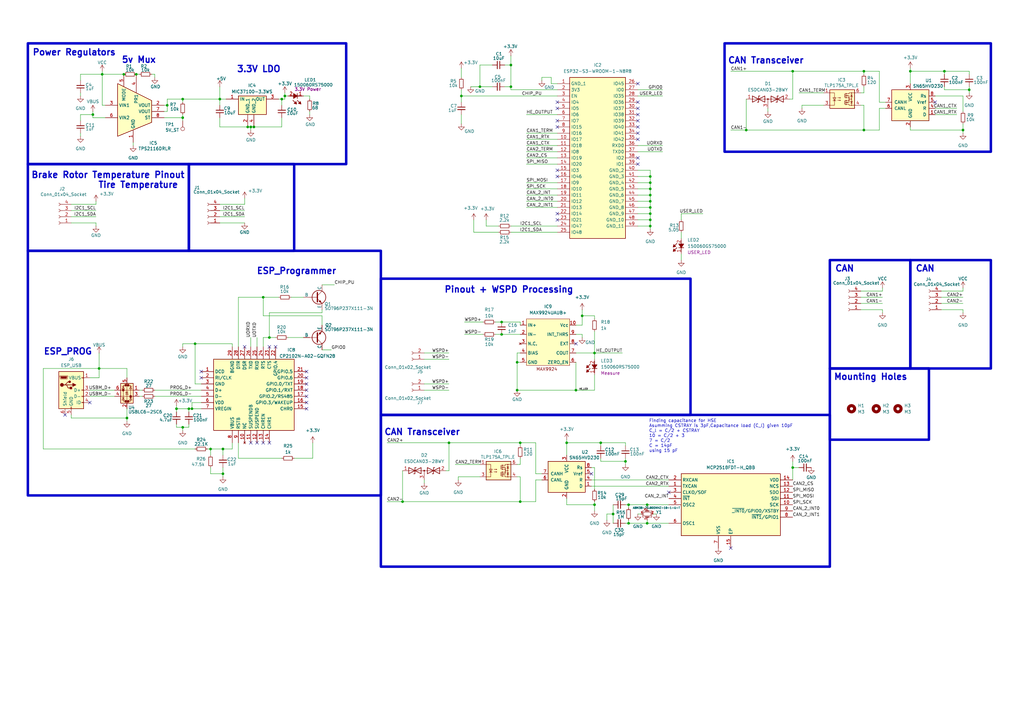
<source format=kicad_sch>
(kicad_sch (version 20250114) (generator "eeschema") (generator_version "9.0")
  (paper "A3")
  (rectangle (start 11.43 102.87) (end 156.21 203.2) (stroke (width 1.016)))
  (rectangle (start 340.36 106.68) (end 373.38 151.13) (stroke (width 1.016)))
  (rectangle (start 77.47 67.31) (end 120.65 102.87) (stroke (width 1.016)))
  (rectangle (start 11.43 17.78) (end 141.986 67.31) (stroke (width 1.016)))
  (rectangle (start 373.38 106.68) (end 406.4 151.13) (stroke (width 1.016)))
  (rectangle (start 11.43 67.31) (end 77.47 102.87) (stroke (width 1.016)))
  (rectangle (start 340.36 151.13) (end 381 180.34) (stroke (width 1.016)))
  (rectangle (start 156.21 170.18) (end 340.36 232.41) (stroke (width 1.016)))
  (rectangle (start 297.18 17.78) (end 406.4 62.23) (stroke (width 1.016)))
  (rectangle (start 156.21 114.3) (end 283.21 170.18) (stroke (width 1.016)))
  (text "3.3V LDO" (at 97.028 29.972 0) (effects (font (size 2.56 2.56) (thickness 0.512) (bold yes)) (justify left bottom)))
  (text "Brake Rotor Temperature Pinout" (at 12.7 73.406 0) (effects (font (size 2.56 2.56) (thickness 0.512) (bold yes)) (justify left bottom)))
  (text "Tire Temperature" (at 40.132 77.47 0) (effects (font (size 2.56 2.56) (thickness 0.512) (bold yes)) (justify left bottom)))
  (text "5v Mux" (at 49.784 26.162 0) (effects (font (size 2.56 2.56) (thickness 0.512) (bold yes)) (justify left bottom)))
  (text "ESP_Programmer" (at 105.156 112.776 0) (effects (font (size 2.54 2.54) (thickness 0.512) (bold yes)) (justify left bottom)))
  (text "CAN" (at 342.392 111.76 0) (effects (font (size 2.56 2.56) (thickness 0.512) (bold yes)) (justify left bottom)))
  (text "CAN Transceiver" (at 298.45 26.416 0) (effects (font (size 2.54 2.54) (thickness 0.512) (bold yes)) (justify left bottom)))
  (text "Mounting Holes" (at 341.884 156.21 0) (effects (font (size 2.56 2.56) (thickness 0.512) (bold yes)) (justify left bottom)))
  (text "CAN" (at 375.412 111.76 0) (effects (font (size 2.56 2.56) (thickness 0.512) (bold yes)) (justify left bottom)))
  (text "CAN Transceiver" (at 157.48 178.816 0) (effects (font (size 2.54 2.54) (thickness 0.512) (bold yes)) (justify left bottom)))
  (text "ESP_PROG" (at 17.78 145.796 0) (effects (font (size 2.54 2.54) (thickness 0.512) (bold yes)) (justify left bottom)))
  (text "Power Regulators" (at 13.208 23.114 0) (effects (font (size 2.56 2.56) (thickness 0.512) (bold yes)) (justify left bottom)))
  (text "Pinout + WSPD Processing" (at 182.118 120.396 0) (effects (font (size 2.56 2.56) (thickness 0.512) (bold yes)) (justify left bottom)))
  (text "Finding capacitance for HSE \nAsumming CSTRAY is 3pF,Capacitance load (C_l) given 10pF\nC_l = C/2 + CSTRAY\n10 = C/2 + 3\n7 = C/2\nC = 14pF\nusing 15 pF" (at 266.192 171.958 0) (effects (font (size 1.27 1.27)) (justify left top)))
  (junction (at 354.33 53.34))
  (junction (at 41.91 30.48))
  (junction (at 236.22 160.02))
  (junction (at 306.07 53.34))
  (junction (at 184.15 181.61))
  (junction (at 78.74 167.64))
  (junction (at 55.88 30.48))
  (junction (at 266.7 77.47))
  (junction (at 266.7 85.09))
  (junction (at 80.01 140.97))
  (junction (at 212.09 160.02))
  (junction (at 102.87 52.07))
  (junction (at 101.6 52.07))
  (junction (at 213.36 181.61))
  (junction (at 209.55 26.67))
  (junction (at 212.09 148.59))
  (junction (at 110.49 138.43))
  (junction (at 68.58 43.18))
  (junction (at 325.12 191.77))
  (junction (at 266.7 90.17))
  (junction (at 90.17 40.64))
  (junction (at 257.81 207.01))
  (junction (at 50.8 30.48))
  (junction (at 373.38 29.21))
  (junction (at 394.97 53.34))
  (junction (at 238.76 129.54))
  (junction (at 115.57 40.64))
  (junction (at 266.7 72.39))
  (junction (at 266.7 80.01))
  (junction (at 266.7 92.71))
  (junction (at 266.7 74.93))
  (junction (at 40.64 151.13))
  (junction (at 77.47 167.64))
  (junction (at 52.07 171.45))
  (junction (at 246.38 181.61))
  (junction (at 213.36 205.74))
  (junction (at 91.44 194.31))
  (junction (at 397.51 36.83))
  (junction (at 265.43 207.01))
  (junction (at 205.74 132.08))
  (junction (at 265.43 214.63))
  (junction (at 116.84 39.37))
  (junction (at 256.54 189.23))
  (junction (at 104.14 52.07))
  (junction (at 266.7 87.63))
  (junction (at 196.85 35.56))
  (junction (at 251.46 210.82))
  (junction (at 243.84 144.78))
  (junction (at 257.81 214.63))
  (junction (at 38.1 46.99))
  (junction (at 72.39 167.64))
  (junction (at 74.93 175.26))
  (junction (at 91.44 184.15))
  (junction (at 232.41 181.61))
  (junction (at 189.23 39.37))
  (junction (at 74.93 48.26))
  (junction (at 243.84 207.01))
  (junction (at 205.74 137.16))
  (junction (at 107.95 121.92))
  (junction (at 387.35 29.21))
  (junction (at 354.33 29.21))
  (junction (at 74.93 40.64))
  (junction (at 86.36 184.15))
  (junction (at 209.55 35.56))
  (junction (at 266.7 82.55))
  (junction (at 325.12 29.21))
  (junction (at 165.1 205.74))
  (no_connect (at 261.62 46.99))
  (no_connect (at 261.62 41.91))
  (no_connect (at 82.55 152.4))
  (no_connect (at 236.22 140.97))
  (no_connect (at 261.62 54.61))
  (no_connect (at 82.55 154.94))
  (no_connect (at 102.87 181.61))
  (no_connect (at 261.62 52.07))
  (no_connect (at 261.62 44.45))
  (no_connect (at 299.72 224.79))
  (no_connect (at 274.32 201.93))
  (no_connect (at 125.73 165.1))
  (no_connect (at 125.73 157.48))
  (no_connect (at 125.73 162.56))
  (no_connect (at 228.6 90.17))
  (no_connect (at 261.62 64.77))
  (no_connect (at 261.62 57.15))
  (no_connect (at 228.6 72.39))
  (no_connect (at 228.6 49.53))
  (no_connect (at 125.73 154.94))
  (no_connect (at 100.33 142.24))
  (no_connect (at 242.57 194.31))
  (no_connect (at 36.83 165.1))
  (no_connect (at 113.03 142.24))
  (no_connect (at 105.41 181.61))
  (no_connect (at 228.6 87.63))
  (no_connect (at 228.6 44.45))
  (no_connect (at 125.73 167.64))
  (no_connect (at 228.6 41.91))
  (no_connect (at 261.62 34.29))
  (no_connect (at 110.49 181.61))
  (no_connect (at 261.62 67.31))
  (no_connect (at 26.67 170.18))
  (no_connect (at 107.95 181.61))
  (no_connect (at 228.6 69.85))
  (no_connect (at 125.73 160.02))
  (no_connect (at 125.73 152.4))
  (no_connect (at 383.54 41.91))
  (no_connect (at 261.62 49.53))
  (no_connect (at 228.6 52.07))
  (no_connect (at 110.49 142.24))
  (wire (pts (xy 215.9 64.77) (xy 228.6 64.77)))
  (wire (pts (xy 266.7 74.93) (xy 266.7 77.47)))
  (wire (pts (xy 248.92 210.82) (xy 251.46 210.82)))
  (wire (pts (xy 72.39 175.26) (xy 74.93 175.26)))
  (wire (pts (xy 325.12 29.21) (xy 325.12 40.64)))
  (wire (pts (xy 266.7 80.01) (xy 266.7 82.55)))
  (wire (pts (xy 68.58 40.64) (xy 74.93 40.64)))
  (wire (pts (xy 63.5 162.56) (xy 82.55 162.56)))
  (wire (pts (xy 279.4 104.14) (xy 279.4 106.68)))
  (wire (pts (xy 354.33 29.21) (xy 360.68 29.21)))
  (wire (pts (xy 215.9 80.01) (xy 228.6 80.01)))
  (wire (pts (xy 238.76 127) (xy 238.76 129.54)))
  (wire (pts (xy 257.81 207.01) (xy 257.81 208.28)))
  (wire (pts (xy 212.09 190.5) (xy 213.36 190.5)))
  (wire (pts (xy 72.39 167.64) (xy 72.39 166.37)))
  (wire (pts (xy 72.39 167.64) (xy 77.47 167.64)))
  (wire (pts (xy 226.06 34.29) (xy 226.06 31.75)))
  (wire (pts (xy 203.2 132.08) (xy 205.74 132.08)))
  (wire (pts (xy 173.99 147.32) (xy 184.15 147.32)))
  (wire (pts (xy 90.17 35.56) (xy 90.17 40.64)))
  (wire (pts (xy 266.7 77.47) (xy 266.7 80.01)))
  (wire (pts (xy 127 39.37) (xy 127 40.64)))
  (wire (pts (xy 243.84 144.78) (xy 255.27 144.78)))
  (wire (pts (xy 238.76 133.35) (xy 236.22 133.35)))
  (wire (pts (xy 116.84 39.37) (xy 118.11 39.37)))
  (wire (pts (xy 39.37 91.44) (xy 39.37 92.71)))
  (wire (pts (xy 196.85 190.5) (xy 186.69 190.5)))
  (wire (pts (xy 41.91 29.21) (xy 41.91 30.48)))
  (wire (pts (xy 215.9 85.09) (xy 228.6 85.09)))
  (wire (pts (xy 184.15 193.04) (xy 182.88 193.04)))
  (wire (pts (xy 116.84 39.37) (xy 116.84 40.64)))
  (wire (pts (xy 325.12 189.23) (xy 325.12 191.77)))
  (wire (pts (xy 68.58 43.18) (xy 67.31 43.18)))
  (wire (pts (xy 74.93 40.64) (xy 90.17 40.64)))
  (wire (pts (xy 215.9 57.15) (xy 228.6 57.15)))
  (wire (pts (xy 215.9 82.55) (xy 228.6 82.55)))
  (wire (pts (xy 261.62 80.01) (xy 266.7 80.01)))
  (wire (pts (xy 337.82 43.18) (xy 328.93 43.18)))
  (wire (pts (xy 215.9 74.93) (xy 228.6 74.93)))
  (wire (pts (xy 306.07 53.34) (xy 354.33 53.34)))
  (wire (pts (xy 383.54 46.99) (xy 392.43 46.99)))
  (wire (pts (xy 232.41 181.61) (xy 232.41 186.69)))
  (wire (pts (xy 63.5 160.02) (xy 82.55 160.02)))
  (wire (pts (xy 29.21 83.82) (xy 39.37 83.82)))
  (wire (pts (xy 17.78 151.13) (xy 17.78 184.15)))
  (wire (pts (xy 114.3 40.64) (xy 115.57 40.64)))
  (wire (pts (xy 397.51 35.56) (xy 397.51 36.83)))
  (wire (pts (xy 266.7 72.39) (xy 266.7 74.93)))
  (wire (pts (xy 373.38 53.34) (xy 373.38 52.07)))
  (wire (pts (xy 33.02 30.48) (xy 41.91 30.48)))
  (wire (pts (xy 41.91 30.48) (xy 50.8 30.48)))
  (wire (pts (xy 215.9 46.99) (xy 228.6 46.99)))
  (wire (pts (xy 261.62 72.39) (xy 266.7 72.39)))
  (wire (pts (xy 394.97 127) (xy 394.97 128.27)))
  (wire (pts (xy 190.5 137.16) (xy 198.12 137.16)))
  (wire (pts (xy 325.12 196.85) (xy 325.12 191.77)))
  (wire (pts (xy 387.35 29.21) (xy 387.35 30.48)))
  (wire (pts (xy 361.95 124.46) (xy 353.06 124.46)))
  (wire (pts (xy 74.93 46.99) (xy 74.93 48.26)))
  (wire (pts (xy 361.95 127) (xy 361.95 128.27)))
  (wire (pts (xy 90.17 86.36) (xy 100.33 86.36)))
  (wire (pts (xy 78.74 165.1) (xy 78.74 167.64)))
  (wire (pts (xy 82.55 157.48) (xy 80.01 157.48)))
  (wire (pts (xy 215.9 67.31) (xy 228.6 67.31)))
  (wire (pts (xy 63.5 30.48) (xy 63.5 31.75)))
  (wire (pts (xy 52.07 172.72) (xy 52.07 171.45)))
  (wire (pts (xy 212.09 148.59) (xy 212.09 160.02)))
  (wire (pts (xy 105.41 138.43) (xy 105.41 142.24)))
  (wire (pts (xy 236.22 144.78) (xy 243.84 144.78)))
  (wire (pts (xy 41.91 43.18) (xy 43.18 43.18)))
  (wire (pts (xy 328.93 43.18) (xy 328.93 44.45)))
  (wire (pts (xy 265.43 214.63) (xy 265.43 213.36)))
  (wire (pts (xy 110.49 128.27) (xy 110.49 138.43)))
  (wire (pts (xy 173.99 144.78) (xy 184.15 144.78)))
  (wire (pts (xy 77.47 175.26) (xy 77.47 173.99)))
  (wire (pts (xy 267.97 210.82) (xy 269.24 210.82)))
  (wire (pts (xy 72.39 167.64) (xy 72.39 168.91)))
  (wire (pts (xy 54.61 58.42) (xy 54.61 59.69)))
  (wire (pts (xy 90.17 88.9) (xy 100.33 88.9)))
  (wire (pts (xy 194.31 95.25) (xy 204.47 95.25)))
  (wire (pts (xy 101.6 52.07) (xy 102.87 52.07)))
  (wire (pts (xy 38.1 46.99) (xy 38.1 48.26)))
  (wire (pts (xy 354.33 30.48) (xy 354.33 29.21)))
  (wire (pts (xy 132.08 129.54) (xy 107.95 129.54)))
  (wire (pts (xy 100.33 83.82) (xy 90.17 83.82)))
  (wire (pts (xy 213.36 133.35) (xy 213.36 132.08)))
  (wire (pts (xy 85.09 184.15) (xy 86.36 184.15)))
  (wire (pts (xy 95.25 142.24) (xy 95.25 140.97)))
  (wire (pts (xy 256.54 181.61) (xy 256.54 182.88)))
  (wire (pts (xy 261.62 36.83) (xy 271.78 36.83)))
  (wire (pts (xy 266.7 82.55) (xy 266.7 85.09)))
  (wire (pts (xy 243.84 129.54) (xy 243.84 130.81)))
  (wire (pts (xy 213.36 205.74) (xy 219.71 205.74)))
  (wire (pts (xy 219.71 194.31) (xy 222.25 194.31)))
  (wire (pts (xy 394.97 53.34) (xy 394.97 54.61)))
  (wire (pts (xy 52.07 151.13) (xy 52.07 154.94)))
  (wire (pts (xy 102.87 52.07) (xy 102.87 53.34)))
  (wire (pts (xy 243.84 135.89) (xy 243.84 144.78)))
  (wire (pts (xy 29.21 171.45) (xy 29.21 170.18)))
  (wire (pts (xy 165.1 205.74) (xy 213.36 205.74)))
  (wire (pts (xy 196.85 195.58) (xy 187.96 195.58)))
  (wire (pts (xy 101.6 52.07) (xy 90.17 52.07)))
  (wire (pts (xy 203.2 137.16) (xy 205.74 137.16)))
  (wire (pts (xy 213.36 182.88) (xy 213.36 181.61)))
  (wire (pts (xy 158.75 181.61) (xy 184.15 181.61)))
  (wire (pts (xy 242.57 199.39) (xy 274.32 199.39)))
  (wire (pts (xy 215.9 62.23) (xy 228.6 62.23)))
  (wire (pts (xy 337.82 38.1) (xy 327.66 38.1)))
  (wire (pts (xy 213.36 195.58) (xy 213.36 205.74)))
  (wire (pts (xy 236.22 137.16) (xy 238.76 137.16)))
  (wire (pts (xy 261.62 92.71) (xy 266.7 92.71)))
  (wire (pts (xy 36.83 162.56) (xy 46.99 162.56)))
  (wire (pts (xy 104.14 52.07) (xy 115.57 52.07)))
  (wire (pts (xy 213.36 132.08) (xy 205.74 132.08)))
  (wire (pts (xy 265.43 214.63) (xy 274.32 214.63)))
  (wire (pts (xy 353.06 119.38) (xy 361.95 119.38)))
  (wire (pts (xy 97.79 187.96) (xy 97.79 181.61)))
  (wire (pts (xy 387.35 29.21) (xy 397.51 29.21)))
  (wire (pts (xy 38.1 46.99) (xy 33.02 46.99)))
  (wire (pts (xy 124.46 39.37) (xy 127 39.37)))
  (wire (pts (xy 212.09 160.02) (xy 236.22 160.02)))
  (wire (pts (xy 209.55 35.56) (xy 209.55 36.83)))
  (wire (pts (xy 107.95 121.92) (xy 114.3 121.92)))
  (wire (pts (xy 40.64 144.78) (xy 40.64 151.13)))
  (wire (pts (xy 209.55 26.67) (xy 209.55 35.56)))
  (wire (pts (xy 397.51 29.21) (xy 397.51 30.48)))
  (wire (pts (xy 128.27 187.96) (xy 128.27 181.61)))
  (wire (pts (xy 353.06 43.18) (xy 354.33 43.18)))
  (wire (pts (xy 57.15 162.56) (xy 58.42 162.56)))
  (wire (pts (xy 199.39 92.71) (xy 204.47 92.71)))
  (wire (pts (xy 251.46 210.82) (xy 251.46 214.63)))
  (wire (pts (xy 383.54 39.37) (xy 394.97 39.37)))
  (wire (pts (xy 238.76 129.54) (xy 243.84 129.54)))
  (wire (pts (xy 17.78 151.13) (xy 40.64 151.13)))
  (wire (pts (xy 215.9 77.47) (xy 228.6 77.47)))
  (wire (pts (xy 386.08 119.38) (xy 394.97 119.38)))
  (wire (pts (xy 95.25 140.97) (xy 80.01 140.97)))
  (wire (pts (xy 219.71 196.85) (xy 222.25 196.85)))
  (wire (pts (xy 383.54 44.45) (xy 392.43 44.45)))
  (wire (pts (xy 215.9 59.69) (xy 228.6 59.69)))
  (wire (pts (xy 29.21 171.45) (xy 52.07 171.45)))
  (wire (pts (xy 246.38 181.61) (xy 246.38 182.88)))
  (wire (pts (xy 228.6 36.83) (xy 209.55 36.83)))
  (wire (pts (xy 36.83 154.94) (xy 40.64 154.94)))
  (wire (pts (xy 207.01 35.56) (xy 209.55 35.56)))
  (wire (pts (xy 279.4 95.25) (xy 279.4 97.79)))
  (wire (pts (xy 265.43 207.01) (xy 274.32 207.01)))
  (wire (pts (xy 266.7 92.71) (xy 266.7 93.98)))
  (wire (pts (xy 119.38 121.92) (xy 124.46 121.92)))
  (wire (pts (xy 361.95 119.38) (xy 361.95 118.11)))
  (wire (pts (xy 184.15 181.61) (xy 184.15 193.04)))
  (wire (pts (xy 219.71 181.61) (xy 219.71 194.31)))
  (wire (pts (xy 100.33 81.28) (xy 100.33 83.82)))
  (wire (pts (xy 325.12 40.64) (xy 323.85 40.64)))
  (wire (pts (xy 394.97 50.8) (xy 394.97 53.34)))
  (wire (pts (xy 86.36 191.77) (xy 86.36 194.31)))
  (wire (pts (xy 232.41 207.01) (xy 232.41 204.47)))
  (wire (pts (xy 74.93 140.97) (xy 74.93 142.24)))
  (wire (pts (xy 257.81 207.01) (xy 265.43 207.01)))
  (wire (pts (xy 209.55 22.86) (xy 209.55 26.67)))
  (wire (pts (xy 86.36 194.31) (xy 91.44 194.31)))
  (wire (pts (xy 189.23 36.83) (xy 189.23 39.37)))
  (wire (pts (xy 189.23 27.94) (xy 189.23 31.75)))
  (wire (pts (xy 394.97 127) (xy 386.08 127)))
  (wire (pts (xy 261.62 90.17) (xy 266.7 90.17)))
  (wire (pts (xy 354.33 38.1) (xy 354.33 35.56)))
  (wire (pts (xy 246.38 189.23) (xy 246.38 187.96)))
  (wire (pts (xy 77.47 167.64) (xy 78.74 167.64)))
  (wire (pts (xy 68.58 45.72) (xy 68.58 43.18)))
  (wire (pts (xy 209.55 95.25) (xy 228.6 95.25)))
  (wire (pts (xy 261.62 59.69) (xy 271.78 59.69)))
  (wire (pts (xy 205.74 137.16) (xy 213.36 137.16)))
  (wire (pts (xy 256.54 189.23) (xy 256.54 190.5)))
  (wire (pts (xy 246.38 189.23) (xy 256.54 189.23)))
  (wire (pts (xy 261.62 39.37) (xy 271.78 39.37)))
  (wire (pts (xy 97.79 121.92) (xy 97.79 142.24)))
  (wire (pts (xy 325.12 29.21) (xy 354.33 29.21)))
  (wire (pts (xy 246.38 181.61) (xy 256.54 181.61)))
  (wire (pts (xy 74.93 175.26) (xy 74.93 176.53)))
  (wire (pts (xy 110.49 138.43) (xy 113.03 138.43)))
  (wire (pts (xy 238.76 137.16) (xy 238.76 138.43)))
  (wire (pts (xy 261.62 69.85) (xy 266.7 69.85)))
  (wire (pts (xy 306.07 40.64) (xy 306.07 53.34)))
  (wire (pts (xy 261.62 85.09) (xy 266.7 85.09)))
  (wire (pts (xy 242.57 191.77) (xy 243.84 191.77)))
  (wire (pts (xy 373.38 53.34) (xy 394.97 53.34)))
  (wire (pts (xy 360.68 53.34) (xy 360.68 44.45)))
  (wire (pts (xy 213.36 181.61) (xy 219.71 181.61)))
  (wire (pts (xy 33.02 54.61) (xy 33.02 55.88)))
  (wire (pts (xy 38.1 45.72) (xy 38.1 46.99)))
  (wire (pts (xy 361.95 127) (xy 353.06 127)))
  (wire (pts (xy 190.5 132.08) (xy 198.12 132.08)))
  (wire (pts (xy 373.38 29.21) (xy 387.35 29.21)))
  (wire (pts (xy 279.4 87.63) (xy 288.29 87.63)))
  (wire (pts (xy 248.92 213.36) (xy 248.92 210.82)))
  (wire (pts (xy 386.08 121.92) (xy 394.97 121.92)))
  (wire (pts (xy 173.99 157.48) (xy 184.15 157.48)))
  (wire (pts (xy 63.5 30.48) (xy 62.23 30.48)))
  (wire (pts (xy 261.62 74.93) (xy 266.7 74.93)))
  (wire (pts (xy 90.17 91.44) (xy 100.33 91.44)))
  (wire (pts (xy 387.35 36.83) (xy 397.51 36.83)))
  (wire (pts (xy 256.54 187.96) (xy 256.54 189.23)))
  (wire (pts (xy 86.36 184.15) (xy 86.36 186.69)))
  (wire (pts (xy 40.64 151.13) (xy 52.07 151.13)))
  (wire (pts (xy 132.08 116.84) (xy 137.16 116.84)))
  (wire (pts (xy 17.78 184.15) (xy 80.01 184.15)))
  (wire (pts (xy 90.17 48.26) (xy 90.17 52.07)))
  (wire (pts (xy 209.55 92.71) (xy 228.6 92.71)))
  (wire (pts (xy 387.35 36.83) (xy 387.35 35.56)))
  (wire (pts (xy 189.23 39.37) (xy 189.23 41.91)))
  (wire (pts (xy 29.21 86.36) (xy 39.37 86.36)))
  (wire (pts (xy 91.44 184.15) (xy 91.44 186.69)))
  (wire (pts (xy 373.38 29.21) (xy 373.38 34.29)))
  (wire (pts (xy 74.93 41.91) (xy 74.93 40.64)))
  (wire (pts (xy 67.31 45.72) (xy 68.58 45.72)))
  (wire (pts (xy 394.97 39.37) (xy 394.97 45.72)))
  (wire (pts (xy 68.58 43.18) (xy 68.58 40.64)))
  (wire (pts (xy 213.36 190.5) (xy 213.36 187.96)))
  (wire (pts (xy 266.7 85.09) (xy 266.7 87.63)))
  (wire (pts (xy 266.7 87.63) (xy 266.7 90.17)))
  (wire (pts (xy 74.93 48.26) (xy 74.93 49.53)))
  (wire (pts (xy 232.41 181.61) (xy 246.38 181.61)))
  (wire (pts (xy 110.49 138.43) (xy 107.95 138.43)))
  (wire (pts (xy 360.68 29.21) (xy 360.68 41.91)))
  (wire (pts (xy 207.01 26.67) (xy 209.55 26.67)))
  (wire (pts (xy 261.62 82.55) (xy 266.7 82.55)))
  (wire (pts (xy 256.54 214.63) (xy 257.81 214.63)))
  (wire (pts (xy 353.06 38.1) (xy 354.33 38.1)))
  (wire (pts (xy 29.21 91.44) (xy 39.37 91.44)))
  (wire (pts (xy 173.99 196.85) (xy 173.99 198.12)))
  (wire (pts (xy 212.09 148.59) (xy 213.36 148.59)))
  (wire (pts (xy 189.23 39.37) (xy 228.6 39.37)))
  (wire (pts (xy 314.96 44.45) (xy 314.96 45.72)))
  (wire (pts (xy 243.84 144.78) (xy 243.84 147.32)))
  (wire (pts (xy 80.01 140.97) (xy 80.01 157.48)))
  (wire (pts (xy 91.44 191.77) (xy 91.44 194.31)))
  (wire (pts (xy 72.39 173.99) (xy 72.39 175.26)))
  (wire (pts (xy 222.25 31.75) (xy 222.25 33.02)))
  (wire (pts (xy 187.96 195.58) (xy 187.96 196.85)))
  (wire (pts (xy 158.75 205.74) (xy 165.1 205.74)))
  (wire (pts (xy 127 45.72) (xy 127 46.99)))
  (wire (pts (xy 74.93 175.26) (xy 77.47 175.26)))
  (wire (pts (xy 132.08 133.35) (xy 132.08 129.54)))
  (wire (pts (xy 184.15 181.61) (xy 213.36 181.61)))
  (wire (pts (xy 40.64 151.13) (xy 40.64 154.94)))
  (wire (pts (xy 394.97 124.46) (xy 386.08 124.46)))
  (wire (pts (xy 91.44 194.31) (xy 91.44 195.58)))
  (wire (pts (xy 257.81 214.63) (xy 265.43 214.63)))
  (wire (pts (xy 57.15 30.48) (xy 55.88 30.48)))
  (wire (pts (xy 261.62 210.82) (xy 262.89 210.82)))
  (wire (pts (xy 194.31 90.17) (xy 194.31 95.25)))
  (wire (pts (xy 261.62 87.63) (xy 266.7 87.63)))
  (wire (pts (xy 226.06 31.75) (xy 222.25 31.75)))
  (wire (pts (xy 242.57 196.85) (xy 274.32 196.85)))
  (wire (pts (xy 132.08 127) (xy 132.08 128.27)))
  (wire (pts (xy 173.99 160.02) (xy 184.15 160.02)))
  (wire (pts (xy 78.74 165.1) (xy 82.55 165.1)))
  (wire (pts (xy 325.12 191.77) (xy 327.66 191.77)))
  (wire (pts (xy 107.95 121.92) (xy 97.79 121.92)))
  (wire (pts (xy 116.84 39.37) (xy 116.84 38.1)))
  (wire (pts (xy 57.15 160.02) (xy 58.42 160.02)))
  (wire (pts (xy 36.83 160.02) (xy 46.99 160.02)))
  (wire (pts (xy 299.72 29.21) (xy 325.12 29.21)))
  (wire (pts (xy 33.02 39.37) (xy 33.02 38.1)))
  (wire (pts (xy 196.85 26.67) (xy 196.85 35.56)))
  (wire (pts (xy 353.06 121.92) (xy 361.95 121.92)))
  (wire (pts (xy 199.39 92.71) (xy 199.39 90.17)))
  (wire (pts (xy 196.85 35.56) (xy 201.93 35.56)))
  (wire (pts (xy 39.37 82.55) (xy 39.37 83.82)))
  (wire (pts (xy 261.62 77.47) (xy 266.7 77.47)))
  (wire (pts (xy 132.08 143.51) (xy 135.89 143.51)))
  (wire (pts (xy 118.11 138.43) (xy 124.46 138.43)))
  (wire (pts (xy 91.44 184.15) (xy 95.25 184.15)))
  (wire (pts (xy 360.68 41.91) (xy 363.22 41.91)))
  (wire (pts (xy 266.7 69.85) (xy 266.7 72.39)))
  (wire (pts (xy 196.85 26.67) (xy 201.93 26.67)))
  (wire (pts (xy 236.22 148.59) (xy 236.22 160.02)))
  (wire (pts (xy 243.84 191.77) (xy 243.84 200.66)))
  (wire (pts (xy 165.1 193.04) (xy 165.1 205.74)))
  (wire (pts (xy 354.33 43.18) (xy 354.33 53.34)))
  (wire (pts (xy 360.68 44.45) (xy 363.22 44.45)))
  (wire (pts (xy 373.38 27.94) (xy 373.38 29.21)))
  (wire (pts (xy 261.62 62.23) (xy 271.78 62.23)))
  (wire (pts (xy 243.84 153.67) (xy 243.84 160.02)))
  (wire (pts (xy 107.95 138.43) (xy 107.95 142.24)))
  (wire (pts (xy 266.7 90.17) (xy 266.7 92.71)))
  (wire (pts (xy 38.1 48.26) (xy 43.18 48.26)))
  (wire (pts (xy 90.17 40.64) (xy 92.71 40.64)))
  (wire (pts (xy 193.04 35.56) (xy 196.85 35.56)))
  (wire (pts (xy 29.21 88.9) (xy 39.37 88.9)))
  (wire (pts (xy 77.47 167.64) (xy 77.47 168.91)))
  (wire (pts (xy 67.31 48.26) (xy 74.93 48.26)))
  (wire (pts (xy 257.81 214.63) (xy 257.81 213.36)))
  (wire (pts (xy 251.46 207.01) (xy 251.46 210.82)))
  (wire (pts (xy 243.84 207.01) (xy 243.84 205.74)))
  (wire (pts (xy 116.84 40.64) (xy 115.57 40.64)))
  (wire (pts (xy 212.09 195.58) (xy 213.36 195.58)))
  (wire (pts (xy 265.43 207.01) (xy 265.43 208.28)))
  (wire (pts (xy 90.17 43.18) (xy 90.17 40.64)))
  (wire (pts (xy 228.6 34.29) (xy 226.06 34.29)))
  (wire (pts (xy 232.41 180.34) (xy 232.41 181.61)))
  (wire (pts (xy 219.71 205.74) (xy 219.71 196.85)))
  (wire (pts (xy 95.25 184.15) (xy 95.25 181.61)))
  (wire (pts (xy 41.91 30.48) (xy 41.91 43.18)))
  (wire (pts (xy 74.93 140.97) (xy 80.01 140.97)))
  (wire (pts (xy 115.57 187.96) (xy 97.79 187.96)))
  (wire (pts (xy 52.07 167.64) (xy 52.07 171.45)))
  (wire (pts (xy 102.87 138.43) (xy 102.87 142.24)))
  (wire (pts (xy 354.33 53.34) (xy 360.68 53.34)))
  (wire (pts (xy 115.57 40.64) (xy 115.57 43.18)))
  (wire (pts (xy 33.02 46.99) (xy 33.02 49.53)))
  (wire (pts (xy 102.87 52.07) (xy 104.14 52.07)))
  (wire (pts (xy 212.09 144.78) (xy 213.36 144.78)))
  (wire (pts (xy 257.81 207.01) (xy 256.54 207.01)))
  (wire (pts (xy 243.84 207.01) (xy 243.84 209.55)))
  (wire (pts (xy 33.02 30.48) (xy 33.02 33.02)))
  (wire (pts (xy 397.51 36.83) (xy 397.51 38.1)))
  (wire (pts (xy 238.76 129.54) (xy 238.76 133.35)))
  (wire (pts (xy 189.23 46.99) (xy 189.23 50.8)))
  (wire (pts (xy 115.57 48.26) (xy 115.57 52.07)))
  (wire (pts (xy 132.08 128.27) (xy 110.49 128.27)))
  (wire (pts (xy 120.65 187.96) (xy 128.27 187.96)))
  (wire (pts (xy 299.72 53.34) (xy 306.07 53.34)))
  (wire (pts (xy 78.74 167.64) (xy 82.55 167.64)))
  (wire (pts (xy 215.9 54.61) (xy 228.6 54.61)))
  (wire (pts (xy 212.09 144.78) (xy 212.09 148.59)))
  (wire (pts (xy 86.36 184.15) (xy 91.44 184.15)))
  (wire (pts (xy 236.22 160.02) (xy 243.84 160.02)))
  (wire (pts (xy 232.41 207.01) (xy 243.84 207.01)))
  (wire (pts (xy 279.4 87.63) (xy 279.4 90.17)))
  (wire (pts (xy 394.97 119.38) (xy 394.97 118.11)))
  (wire (pts (xy 107.95 121.92) (xy 107.95 129.54)))
  (label "I2C1_SCL" (at 100.33 86.36 180))
  (label "UOTXD" (at 271.78 62.23 180))
  (label "HE_OUTPUT" (at 215.9 46.99 0))
  (label "WSPD-" (at 184.15 160.02 180))
  (label "CAN2_TERM" (at 215.9 62.23 0))
  (label "USER_LED" (at 271.78 39.37 180))
  (label "WSPD+" (at 184.15 157.48 180))
  (label "SPI_SCK" (at 325.12 207.01 0))
  (label "CAN2+" (at 158.75 181.61 0))
  (label "GPIO0" (at 135.89 143.51 0))
  (label "CAN1+" (at 299.72 29.21 0))
  (label "CAN_2_INT1" (at 325.12 212.09 0))
  (label "HE_OUTPUT" (at 255.27 144.78 180))
  (label "I2C1_SCL" (at 39.37 86.36 180))
  (label "SPI_MISO" (at 325.12 201.93 0))
  (label "USBM_D-" (at 45.72 162.56 180))
  (label "CAN2_TERM" (at 186.69 190.5 0))
  (label "PROG_D+" (at 78.74 160.02 180))
  (label "WSPD+" (at 190.5 132.08 0))
  (label "UORXD" (at 102.87 138.43 90))
  (label "CAN1-" (at 361.95 124.46 180))
  (label "CAN1_CTX" (at 215.9 59.69 0))
  (label "GPIO0" (at 271.78 36.83 180))
  (label "CAN2_CS" (at 215.9 64.77 0))
  (label "WSPD-" (at 190.5 137.16 0))
  (label "CAN2-" (at 158.75 205.74 0))
  (label "WSPD+" (at 184.15 144.78 180))
  (label "PROG_D-" (at 78.74 162.56 180))
  (label "CHIP_PU" (at 137.16 116.84 0))
  (label "CAN_2_INT1" (at 215.9 85.09 0))
  (label "CAN2-" (at 394.97 124.46 180))
  (label "CAN2_CTX" (at 274.32 196.85 180))
  (label "CAN2+" (at 394.97 121.92 180))
  (label "I2C1_SCL" (at 222.25 92.71 180))
  (label "I2C1_SDA" (at 100.33 88.9 180))
  (label "CHIP_PU" (at 222.25 39.37 180))
  (label "I2C1_SDA" (at 222.25 95.25 180))
  (label "SPI_MOSI" (at 215.9 74.93 0))
  (label "CAN1-" (at 299.72 53.34 0))
  (label "CAN1_TERM" (at 215.9 54.61 0))
  (label "HE_LED" (at 237.49 160.02 0) (effects (font (size 0.64 0.64))))
  (label "UOTXD" (at 105.41 138.43 90))
  (label "CAN_2_INT0" (at 215.9 82.55 0))
  (label "USBM_D+" (at 45.72 160.02 180))
  (label "SPI_SCK" (at 215.9 77.47 0))
  (label "I2C1_SDA" (at 39.37 88.9 180))
  (label "CAN1_TERM" (at 327.66 38.1 0))
  (label "CAN_2_INT" (at 274.32 204.47 180))
  (label "SPI_MOSI" (at 325.12 204.47 0))
  (label "CAN1_RTX" (at 392.43 46.99 180))
  (label "CAN1_CTX" (at 392.43 44.45 180))
  (label "CAN1+" (at 361.95 121.92 180))
  (label "CAN1_RTX" (at 215.9 57.15 0))
  (label "UORXD" (at 271.78 59.69 180))
  (label "CAN_2_INT" (at 215.9 80.01 0))
  (label "WSPD-" (at 184.15 147.32 180))
  (label "CAN_2_INT0" (at 325.12 209.55 0))
  (label "SPI_MISO" (at 215.9 67.31 0))
  (label "USER_LED" (at 288.29 87.63 180))
  (label "CAN2_RTX" (at 274.32 199.39 180))
  (label "CAN2_CS" (at 325.12 199.39 0))
  (symbol (lib_id "power:+3.3V") (at 116.84 38.1 0) (unit 1)
    (property "Reference" "#PWR012" (effects (hide yes)))
    (property "Value" "+3.3V" (at 116.84 34.29 0))
    (property "Description" "Power symbol creates a global label with name \"+3.3V\"" (effects (hide yes)))
  )
  (symbol (lib_id "Device:C_Small") (at 254 207.01 90) (unit 1)
    (property "Reference" "C29" (at 252.222 202.946 90) (effects (justify right)))
    (property "Value" "15pF" (at 252.476 204.47 90) (effects (justify right)))
    (property "Footprint" "Capacitor_SMD:C_0603_1608Metric" (effects (hide yes)))
  )
  (symbol (lib_name "GND_5") (lib_id "power:GND") (at 189.23 50.8 0) (unit 1)
    (property "Reference" "#PWR019" (effects (hide yes)))
    (property "Value" "GND" (at 192.532 53.848 0))
    (property "Description" "Power symbol creates a global label with name \"GND\" , ground" (effects (hide yes)))
  )
  (symbol (lib_id "Device:R_Small") (at 53.34 30.48 270) (unit 1)
    (property "Reference" "R1" (at 51.562 27.178 90) (effects (justify left)))
    (property "Value" "10k" (at 53.34 28.702 90))
    (property "Footprint" "Resistor_SMD:R_0603_1608Metric" (effects (hide yes)))
  )
  (symbol (lib_id "power:GND") (at 256.54 190.5 0) (unit 1)
    (property "Reference" "#PWR026" (effects (hide yes)))
    (property "Value" "GND" (at 256.54 195.58 0))
    (property "Description" "Power symbol creates a global label with name \"GND\" , ground" (effects (hide yes)))
  )
  (symbol (lib_id "SDM_LED:150060RS75000") (at 243.84 153.67 90) (unit 1)
    (property "Reference" "LED3" (at 246.38 147.9549 90) (effects (justify right)))
    (property "Value" "150060RS75000" (at 246.38 150.4949 90) (effects (justify right)))
    (property "Footprint" "SDM_MiscFootprint:LEDC1608X80N" (effects (hide yes)))
    (property "Datasheet" "https://www.we-online.com/components/products/datasheet/150060RS75000.pdf" (effects (hide yes)))
    (property "Description" "WURTH ELEKTRONIK - 150060RS75000 - LED, 0603, RED, 250MCD, 625NM" (effects (hide yes)))
    (property "Measure" "Measure" (at 246.38 153.0349 90) (effects (justify right)))
    (property "Height" "0.8" (effects (hide yes)))
    (property "Mouser Part Number" "710-150060RS75000" (effects (hide yes)))
    (property "Mouser Price/Stock" "https://www.mouser.co.uk/ProductDetail/Wurth-Elektronik/150060RS75000?qs=LlUlMxKIyB3QnmZ3fw%2FVCA%3D%3D" (effects (hide yes)))
    (property "Manufacturer_Name" "Wurth Elektronik" (effects (hide yes)))
    (property "Manufacturer_Part_Number" "150060RS75000" (effects (hide yes)))
  )
  (symbol (lib_id "Device:C_Small") (at 115.57 45.72 180) (unit 1)
    (property "Reference" "C10" (at 121.666 44.958 0) (effects (justify left)))
    (property "Value" "10uF" (at 122.428 46.482 0) (effects (justify left)))
    (property "Footprint" "Capacitor_SMD:C_0603_1608Metric" (effects (hide yes)))
  )
  (symbol (lib_id "Device:C_Small") (at 91.44 189.23 180) (unit 1)
    (property "Reference" "C22" (at 97.028 188.468 0) (effects (justify left)))
    (property "Value" "1uF" (at 97.028 190.246 0) (effects (justify left)))
    (property "Footprint" "Capacitor_SMD:C_0603_1608Metric" (effects (hide yes)))
  )
  (symbol (lib_id "power:GND") (at 361.95 128.27 0) (unit 1)
    (property "Reference" "#PWR041" (effects (hide yes)))
    (property "Value" "GND" (at 361.95 133.35 0))
    (property "Description" "Power symbol creates a global label with name \"GND\" , ground" (effects (hide yes)))
  )
  (symbol (lib_name "VCC_1") (lib_id "power:VCC") (at 238.76 127 0) (unit 1)
    (property "Reference" "#PWR040" (effects (hide yes)))
    (property "Value" "+3.3V" (at 238.76 121.92 0))
    (property "Description" "Power symbol creates a global label with name \"VCC\"" (effects (hide yes)))
  )
  (symbol (lib_id "Connector:Conn_01x04_Socket") (at 85.09 88.9 180) (unit 1)
    (property "Reference" "J1" (at 82.042 76.962 0) (effects (justify left)))
    (property "Value" "Conn_01x04_Socket" (at 98.298 78.74 0) (effects (justify left)))
    (property "Footprint" "Connector_JST:JST_XH_S4B-XH-A_1x04_P2.50mm_Horizontal" (effects (hide yes)))
    (property "Description" "Generic connector, single row, 01x04, script generated" (effects (hide yes)))
  )
  (symbol (lib_id "SDM_ESD:ESDCAN03-2BWY") (at 173.99 193.04 0) (unit 1)
    (property "Reference" "D2" (at 173.99 186.69 0))
    (property "Value" "ESDCAN03-2BWY" (at 173.99 189.23 0))
    (property "Footprint" "SDM_MiscFootprint:SOT65P210X110-3N" (effects (hide yes)))
    (property "Datasheet" "https://www.mouser.de/datasheet/2/389/esdcan02-2bwy-954689.pdf" (effects (hide yes)))
    (property "Description" "ESD Suppressors / TVS Diodes Automotive dual-line Transil, Transient voltage suppressor (TVS) for CAN bus" (effects (hide yes)))
    (property "Height" "1.1" (effects (hide yes)))
    (property "Mouser Part Number" "511-ESDCAN03-2BWY" (effects (hide yes)))
    (property "Mouser Price/Stock" "https://www.mouser.co.uk/ProductDetail/STMicroelectronics/ESDCAN03-2BWY?qs=FqY30PPN9V2iiokjuqa22Q%3D%3D" (effects (hide yes)))
    (property "Manufacturer_Name" "STMicroelectronics" (effects (hide yes)))
    (property "Manufacturer_Part_Number" "ESDCAN03-2BWY" (effects (hide yes)))
  )
  (symbol (lib_id "Device:C_Small") (at 204.47 26.67 270) (unit 1)
    (property "Reference" "C1" (at 205.994 22.098 90) (effects (justify right)))
    (property "Value" "10uF" (at 207.01 23.876 90) (effects (justify right)))
    (property "Footprint" "Capacitor_SMD:C_0603_1608Metric" (effects (hide yes)))
  )
  (symbol (lib_id "power:GND") (at 279.4 106.68 0) (unit 1)
    (property "Reference" "#PWR037" (effects (hide yes)))
    (property "Value" "GND" (at 279.4 111.76 0))
    (property "Description" "Power symbol creates a global label with name \"GND\" , ground" (effects (hide yes)))
  )
  (symbol (lib_id "MicroControllers:ESP32-S3-WROOM-1-N8R8") (at 228.6 34.29 0) (unit 1)
    (property "Reference" "IC2" (at 245.11 26.67 0))
    (property "Value" "ESP32-S3-WROOM-1-N8R8" (at 245.11 29.21 0))
    (property "Footprint" "SDM_MiscFootprint:ESP32S3WROOM1N8R8" (effects (hide yes)))
    (property "Datasheet" "https://www.espressif.com/sites/default/files/documentation/esp32-s3-wroom-1_wroom-1u_datasheet_en.pdf" (effects (hide yes)))
    (property "Description" "WiFi Modules - 802.11 (Engineering Samples Only) SMD Module, ESP32-S3R8 with 8 MB Octal PSRAM Die, 8 MB Quad SPI flash, PCB Antenna" (effects (hide yes)))
    (property "Height" "3.25" (effects (hide yes)))
    (property "Mouser Part Number" "356-EP32S3WROOM1N8R8" (effects (hide yes)))
    (property "Mouser Price/Stock" "https://www.mouser.co.uk/ProductDetail/Espressif-Systems/ESP32-S3-WROOM-1-N8R8?qs=7D1LtPJG0i3%2F28hKFavOpQ%3D%3D" (effects (hide yes)))
    (property "Manufacturer_Name" "Espressif Systems" (effects (hide yes)))
    (property "Manufacturer_Part_Number" "ESP32-S3-WROOM-1-N8R8" (effects (hide yes)))
  )
  (symbol (lib_id "power:+3.3V") (at 232.41 180.34 0) (unit 1)
    (property "Reference" "#PWR025" (effects (hide yes)))
    (property "Value" "+3.3V" (at 232.41 176.022 0))
    (property "Description" "Power symbol creates a global label with name \"+3.3V\"" (effects (hide yes)))
  )
  (symbol (lib_id "Device:R_Small") (at 189.23 34.29 0) (mirror y) (unit 1)
    (property "Reference" "R5" (at 185.928 33.274 0))
    (property "Value" "10k" (at 185.928 35.052 0))
    (property "Footprint" "Resistor_SMD:R_0603_1608Metric" (effects (hide yes)))
  )
  (symbol (lib_id "power:GND") (at 102.87 53.34 0) (unit 1)
    (property "Reference" "#PWR023" (effects (hide yes)))
    (property "Value" "GND" (at 102.87 57.404 0))
    (property "Description" "Power symbol creates a global label with name \"GND\" , ground" (effects (hide yes)))
  )
  (symbol (lib_id "power:GND") (at 314.96 45.72 0) (unit 1)
    (property "Reference" "#PWR015" (effects (hide yes)))
    (property "Value" "GND" (at 314.96 49.784 0))
    (property "Description" "Power symbol creates a global label with name \"GND\" , ground" (effects (hide yes)))
  )
  (symbol (lib_id "USBUART:CP2102N-A02-GQFN28") (at 82.55 152.4 0) (unit 1)
    (property "Reference" "IC8" (at 117.856 143.51 0) (effects (justify left)))
    (property "Value" "CP2102N-A02-GQFN28" (at 114.554 146.05 0) (effects (justify left)))
    (property "Footprint" "SDM_MiscFootprint:QFN50P500X500X80-29N-D" (effects (hide yes)))
    (property "Datasheet" "https://componentsearchengine.com/Datasheets/2/CP2102N-A02-GQFN28.pdf" (effects (hide yes)))
    (property "Description" "SILICON LABS - CP2102N-A02-GQFN28 - USB TO UART BRIDGE, -40 TO 85DEG C" (effects (hide yes)))
    (property "Height" "0.8" (effects (hide yes)))
    (property "Mouser Part Number" "634-CP2102NA02GQFN28" (effects (hide yes)))
    (property "Mouser Price/Stock" "https://www.mouser.co.uk/ProductDetail/Silicon-Labs/CP2102N-A02-GQFN28?qs=u16ybLDytRaSBkSkyjYFiA%3D%3D" (effects (hide yes)))
    (property "Manufacturer_Name" "Silicon Labs" (effects (hide yes)))
    (property "Manufacturer_Part_Number" "CP2102N-A02-GQFN28" (effects (hide yes)))
  )
  (symbol (lib_id "Mechanical:MountingHole") (at 359.41 167.64 0) (unit 1)
    (property "Reference" "H2" (at 361.95 166.37 0) (effects (justify left)))
    (property "Value" "M3" (at 361.95 168.91 0) (effects (justify left)))
    (property "Footprint" "MountingHole:MountingHole_3.2mm_M3" (effects (hide yes)))
  )
  (symbol (lib_id "Device:R_Small") (at 257.81 210.82 0) (unit 1)
    (property "Reference" "R55" (at 254.635 210.185 0))
    (property "Value" "1M" (at 254.635 211.963 0))
    (property "Footprint" "Resistor_SMD:R_0603_1608Metric" (effects (hide yes)))
  )
  (symbol (lib_id "power:GND") (at 74.93 142.24 0) (unit 1)
    (property "Reference" "#PWR045" (effects (hide yes)))
    (property "Value" "GND" (at 74.93 146.304 0))
    (property "Description" "Power symbol creates a global label with name \"GND\" , ground" (effects (hide yes)))
  )
  (symbol (lib_id "power:VCC") (at 361.95 118.11 0) (unit 1)
    (property "Reference" "#PWR038" (effects (hide yes)))
    (property "Value" "VCC" (at 361.95 114.3 0))
    (property "Description" "Power symbol creates a global label with name \"VCC\"" (effects (hide yes)))
  )
  (symbol (lib_id "Mechanical:MountingHole") (at 349.25 167.64 0) (unit 1)
    (property "Reference" "H1" (at 351.79 166.37 0) (effects (justify left)))
    (property "Value" "M3" (at 351.79 168.91 0) (effects (justify left)))
    (property "Footprint" "MountingHole:MountingHole_3.2mm_M3" (effects (hide yes)))
  )
  (symbol (lib_id "power:GND") (at 397.51 38.1 0) (unit 1)
    (property "Reference" "#PWR09" (effects (hide yes)))
    (property "Value" "GND" (at 397.51 43.18 0))
    (property "Description" "Power symbol creates a global label with name \"GND\" , ground" (effects (hide yes)))
  )
  (symbol (lib_id "Device:R_Small") (at 207.01 92.71 270) (mirror x) (unit 1)
    (property "Reference" "R12" (at 206.883 88.519 90))
    (property "Value" "2.2k" (at 206.883 90.297 90))
    (property "Footprint" "Resistor_SMD:R_0603_1608Metric" (effects (hide yes)))
  )
  (symbol (lib_id "power:+5V") (at 90.17 35.56 0) (unit 1)
    (property "Reference" "#PWR011" (effects (hide yes)))
    (property "Value" "+5V" (at 88.646 32.258 0) (effects (justify left)))
    (property "Description" "Power symbol creates a global label with name \"+5V\"" (effects (hide yes)))
  )
  (symbol (lib_id "Device:R_Small") (at 74.93 44.45 180) (unit 1)
    (property "Reference" "R7" (at 69.596 42.926 0) (effects (justify right)))
    (property "Value" "10k" (at 71.628 44.704 0))
    (property "Footprint" "Resistor_SMD:R_0603_1608Metric" (effects (hide yes)))
  )
  (symbol (lib_id "power:GND") (at 33.02 55.88 0) (unit 1)
    (property "Reference" "#PWR022" (effects (hide yes)))
    (property "Value" "GND" (at 33.02 60.96 0))
    (property "Description" "Power symbol creates a global label with name \"GND\" , ground" (effects (hide yes)))
  )
  (symbol (lib_id "Device:R_Small") (at 200.66 137.16 90) (unit 1)
    (property "Reference" "R19" (at 200.66 139.192 90))
    (property "Value" "10k" (at 200.66 141.224 90))
    (property "Footprint" "Resistor_SMD:R_0805_2012Metric" (effects (hide yes)))
    (property "Description" "Resistor, small symbol" (effects (hide yes)))
  )
  (symbol (lib_id "power:GND") (at 127 46.99 0) (unit 1)
    (property "Reference" "#PWR017" (effects (hide yes)))
    (property "Value" "GND" (at 127.254 51.054 0))
    (property "Description" "Power symbol creates a global label with name \"GND\" , ground" (effects (hide yes)))
  )
  (symbol (lib_id "Connector:Conn_01x04_Socket") (at 347.98 124.46 180) (unit 1)
    (property "Reference" "J3" (at 348.742 114.3 0) (effects (justify left)))
    (property "Value" "Conn_01x04_Socket" (at 360.68 116.078 0) (effects (justify left)))
    (property "Footprint" "Connector_JST:JST_XH_S4B-XH-A_1x04_P2.50mm_Horizontal" (effects (hide yes)))
    (property "Description" "Generic connector, single row, 01x04, script generated" (effects (hide yes)))
  )
  (symbol (lib_id "power:GND") (at 269.24 210.82 0) (unit 1)
    (property "Reference" "#PWR085" (effects (hide yes)))
    (property "Value" "GND" (at 269.24 215.9 0))
    (property "Description" "Power symbol creates a global label with name \"GND\" , ground" (effects (hide yes)))
  )
  (symbol (lib_id "Device:C_Small") (at 90.17 45.72 180) (unit 1)
    (property "Reference" "C9" (at 94.488 44.45 0) (effects (justify left)))
    (property "Value" "10uF" (at 96.774 46.228 0) (effects (justify left)))
    (property "Footprint" "Capacitor_SMD:C_0603_1608Metric" (effects (hide yes)))
  )
  (symbol (lib_name "VCC_4") (lib_id "power:VCC") (at 194.31 90.17 0) (unit 1)
    (property "Reference" "#PWR030" (effects (hide yes)))
    (property "Value" "+3.3V" (at 193.04 85.344 0))
    (property "Description" "Power symbol creates a global label with name \"VCC\"" (effects (hide yes)))
  )
  (symbol (lib_id "SDM_SENSOR:MAX9924UAUB+") (at 215.9 130.81 0) (unit 1)
    (property "Reference" "IC9" (at 224.79 125.73 0))
    (property "Value" "MAX9924UAUB+" (at 224.79 128.27 0))
    (property "Footprint" "SDM_MiscFootprint:SOP50P490X110-10L" (effects (hide yes)))
    (property "Datasheet" "https://datasheets.maximintegrated.com/en/ds/MAX9924-MAX9927.pdf" (effects (hide yes)))
    (property "Description" "Variable Reluctance Sr Interface uMAX10 Maxim MAX9924UAUB+ Hall Effect Sensor IC 10-Pin uMAX, 4.5  5.5 V" (effects (hide yes)))
    (property "Height" "1.1" (effects (hide yes)))
    (property "Mouser Part Number" "700-MAX9924UAUB" (effects (hide yes)))
    (property "Mouser Price/Stock" "https://www.mouser.co.uk/ProductDetail/Analog-Devices-Maxim-Integrated/MAX9924UAUB%2b?qs=CDqwynd4ZNp%2Fw00%252BzYUiZw%3D%3D" (effects (hide yes)))
    (property "Manufacturer_Name" "Analog Devices" (effects (hide yes)))
    (property "Manufacturer_Part_Number" "MAX9924UAUB+" (effects (hide yes)))
  )
  (symbol (lib_id "Device:R_Small") (at 127 43.18 180) (unit 1)
    (property "Reference" "R8" (at 130.81 42.418 0) (effects (justify left)))
    (property "Value" "68" (at 130.556 44.196 0) (effects (justify left)))
    (property "Footprint" "Resistor_SMD:R_0603_1608Metric" (effects (hide yes)))
  )
  (symbol (lib_id "Device:R_Small") (at 116.84 121.92 270) (mirror x) (unit 1)
    (property "Reference" "R16" (at 116.713 117.729 90))
    (property "Value" "10k" (at 116.713 119.507 90))
    (property "Footprint" "Resistor_SMD:R_0603_1608Metric" (effects (hide yes)))
  )
  (symbol (lib_id "SDM_CRYSTAL_HSE:ABM3B-20.000MHZ-10-1-U-T") (at 265.43 210.82 90) (unit 1)
    (property "Reference" "Y1" (at 270.256 210.058 90))
    (property "Value" "ABM3B-20.000MHZ-10-1-U-T" (at 269.24 208.28 90) (effects (font (size 0.8 0.8))))
    (property "Footprint" "SDM_MiscFootprint:ABM3B" (effects (hide yes)))
    (property "Datasheet" "https://abracon.com/Resonators/abm3b.pdf" (effects (hide yes)))
    (property "Description" "20 MHz +/-10ppm Crystal 10pF 50 Ohms 4-SMD, No Lead" (effects (hide yes)))
    (property "Height" "1.1" (effects (hide yes)))
    (property "Mouser Part Number" "815-ABM3B-20-T" (effects (hide yes)))
    (property "Mouser Price/Stock" "https://www.mouser.co.uk/ProductDetail/ABRACON/ABM3B-20.000MHZ-10-1-U-T?qs=76dmnhCH%2FMPgkvA3j%252Befbw%3D%3D" (effects (hide yes)))
    (property "Manufacturer_Name" "ABRACON" (effects (hide yes)))
    (property "Manufacturer_Part_Number" "ABM3B-20.000MHZ-10-1-U-T" (effects (hide yes)))
  )
  (symbol (lib_id "Power_Protection:USBLC6-2SC6") (at 52.07 160.02 0) (unit 1)
    (property "Reference" "U4" (at 52.578 167.132 0) (effects (justify left)))
    (property "Value" "USBLC6-2SC6" (at 52.578 168.91 0) (effects (justify left)))
    (property "Footprint" "Package_TO_SOT_SMD:SOT-23-6" (effects (hide yes)))
    (property "Datasheet" "https://www.st.com/resource/en/datasheet/usblc6-2.pdf" (effects (hide yes)))
    (property "Description" "Very low capacitance ESD protection diode, 2 data-line, SOT-23-6" (effects (hide yes)))
  )
  (symbol (lib_name "NPN_1") (lib_id "Simulation_SPICE:NPN") (at 129.54 138.43 0) (unit 1)
    (property "Reference" "Q2" (at 133.35 133.35 0) (effects (justify left)))
    (property "Value" "SOT96P237X111-3N" (at 133.096 135.128 0) (effects (justify left)))
    (property "Footprint" "SDM_MiscFootprint:SOT96P237X111-3N" (effects (hide yes)))
    (property "Datasheet" "https://www.mouser.com/datasheet/2/308/MMBT2222LT1_D-1811600.pdf" (effects (hide yes)))
    (property "Sim.Device" "NPN" (effects (hide yes)))
    (property "Sim.Type" "GUMMELPOON" (effects (hide yes)))
    (property "Sim.Pins" "1=C 2=B 3=E" (effects (hide yes)))
  )
  (symbol (lib_name "VCC_1") (lib_id "power:VCC") (at 209.55 22.86 0) (unit 1)
    (property "Reference" "#PWR01" (effects (hide yes)))
    (property "Value" "+3.3V" (at 209.296 19.05 0))
    (property "Description" "Power symbol creates a global label with name \"VCC\"" (effects (hide yes)))
  )
  (symbol (lib_id "Device:R_Small") (at 118.11 187.96 90) (unit 1)
    (property "Reference" "R25" (at 118.11 182.88 90))
    (property "Value" "1k" (at 118.11 185.42 90))
    (property "Footprint" "Resistor_SMD:R_0603_1608Metric" (effects (hide yes)))
    (property "Description" "Resistor, small symbol" (effects (hide yes)))
  )
  (symbol (lib_id "Connector:Conn_01x02_Socket") (at 168.91 160.02 180) (unit 1)
    (property "Reference" "J7" (at 173.482 165.1 0) (effects (justify left)))
    (property "Value" "Conn_01x02_Socket" (at 176.784 163.322 0) (effects (justify left)))
    (property "Footprint" "Connector_JST:JST_XH_S2B-XH-A_1x02_P2.50mm_Horizontal" (effects (hide yes)))
    (property "Description" "Generic connector, single row, 01x02, script generated" (effects (hide yes)))
  )
  (symbol (lib_id "Device:C_Small") (at 387.35 33.02 0) (mirror y) (unit 1)
    (property "Reference" "C2" (at 392.938 32.004 0) (effects (justify left)))
    (property "Value" "100nF" (at 395.224 33.782 0) (effects (justify left)))
    (property "Footprint" "Capacitor_SMD:C_0603_1608Metric" (effects (hide yes)))
  )
  (symbol (lib_id "Device:R_Small") (at 60.96 160.02 90) (unit 1)
    (property "Reference" "R22" (at 60.96 156.464 90))
    (property "Value" "27" (at 60.96 158.242 90))
    (property "Footprint" "Resistor_SMD:R_0603_1608Metric" (effects (hide yes)))
  )
  (symbol (lib_id "Device:C_Small") (at 397.51 33.02 0) (mirror y) (unit 1)
    (property "Reference" "C3" (at 403.098 32.004 0) (effects (justify left)))
    (property "Value" "100nF" (at 405.384 33.782 0) (effects (justify left)))
    (property "Footprint" "Capacitor_SMD:C_0603_1608Metric" (effects (hide yes)))
  )
  (symbol (lib_id "Device:C_Small") (at 33.02 35.56 180) (unit 1)
    (property "Reference" "C4" (at 35.052 34.798 0) (effects (justify right)))
    (property "Value" "1uF" (at 35.052 36.322 0) (effects (justify right)))
    (property "Footprint" "Capacitor_SMD:C_0603_1608Metric" (effects (hide yes)))
  )
  (symbol (lib_id "power:GND") (at 74.93 176.53 0) (unit 1)
    (property "Reference" "#PWR055" (effects (hide yes)))
    (property "Value" "GND" (at 74.93 181.61 0))
    (property "Description" "Power symbol creates a global label with name \"GND\" , ground" (effects (hide yes)))
  )
  (symbol (lib_id "Connector:Conn_01x02_Socket") (at 168.91 147.32 180) (unit 1)
    (property "Reference" "J5" (at 173.482 152.4 0) (effects (justify left)))
    (property "Value" "Conn_01x02_Socket" (at 176.784 150.622 0) (effects (justify left)))
    (property "Footprint" "Connector_JST:JST_XH_S2B-XH-A_1x02_P2.50mm_Horizontal" (effects (hide yes)))
    (property "Description" "Generic connector, single row, 01x02, script generated" (effects (hide yes)))
  )
  (symbol (lib_id "Device:R_Small") (at 82.55 184.15 270) (unit 1)
    (property "Reference" "R24" (at 82.55 180.34 90))
    (property "Value" "22.1K" (at 82.55 182.118 90))
    (property "Footprint" "Resistor_SMD:R_0603_1608Metric" (effects (hide yes)))
  )
  (symbol (lib_name "GND_6") (lib_id "power:GND") (at 91.44 195.58 0) (unit 1)
    (property "Reference" "#PWR057" (effects (hide yes)))
    (property "Value" "GND" (at 91.44 200.66 0))
    (property "Description" "Power symbol creates a global label with name \"GND\" , ground" (effects (hide yes)))
  )
  (symbol (lib_id "SDM_LED:150060RS75000") (at 124.46 39.37 180) (unit 1)
    (property "Reference" "LED1" (at 127.254 32.766 0))
    (property "Value" "150060RS75000" (at 128.524 34.798 0))
    (property "Footprint" "SDM_MiscFootprint:LEDC1608X80N" (effects (hide yes)))
    (property "Datasheet" "https://www.we-online.com/components/products/datasheet/150060RS75000.pdf" (effects (hide yes)))
    (property "Description" "WURTH ELEKTRONIK - 150060RS75000 - LED, 0603, RED, 250MCD, 625NM" (effects (hide yes)))
    (property "Measure" "3.3V Power" (at 126.238 36.576 0))
    (property "Height" "0.8" (effects (hide yes)))
    (property "Mouser Part Number" "710-150060RS75000" (effects (hide yes)))
    (property "Mouser Price/Stock" "https://www.mouser.co.uk/ProductDetail/Wurth-Elektronik/150060RS75000?qs=LlUlMxKIyB3QnmZ3fw%2FVCA%3D%3D" (effects (hide yes)))
    (property "Manufacturer_Name" "Wurth Elektronik" (effects (hide yes)))
    (property "Manufacturer_Part_Number" "150060RS75000" (effects (hide yes)))
  )
  (symbol (lib_id "Device:C_Small") (at 33.02 52.07 180) (unit 1)
    (property "Reference" "C11" (at 35.052 51.308 0) (effects (justify right)))
    (property "Value" "1uF" (at 35.052 52.832 0) (effects (justify right)))
    (property "Footprint" "Capacitor_SMD:C_0603_1608Metric" (effects (hide yes)))
  )
  (symbol (lib_id "CAN_Controller_Small:MCP2518FDT-H_QBB") (at 274.32 196.85 0) (unit 1)
    (property "Reference" "IC1" (at 299.72 189.23 0))
    (property "Value" "MCP2518FDT-H_QBB" (at 299.72 191.77 0))
    (property "Footprint" "SDM_MiscFootprint:SON65P300X450X90-15L-D" (effects (hide yes)))
    (property "Datasheet" "https://www.mouser.in/datasheet/2/268/MCP2518FD-Data-Sheet-20006027A-1596921.pdf" (effects (hide yes)))
    (property "Description" "CAN Interface IC Stand-alone Low Power CAN FD Controller w/SPI Interface Grade0" (effects (hide yes)))
    (property "Height" "0.9" (effects (hide yes)))
    (property "Mouser Part Number" "579-MCP2518FDT-H/QBB" (effects (hide yes)))
    (property "Mouser Price/Stock" "https://www.mouser.co.uk/ProductDetail/Microchip-Technology/MCP2518FDT-H-QBB?qs=T3oQrply3y8bDZ20CsIcGQ%3D%3D" (effects (hide yes)))
    (property "Manufacturer_Name" "Microchip" (effects (hide yes)))
    (property "Manufacturer_Part_Number" "MCP2518FDT-H/QBB" (effects (hide yes)))
  )
  (symbol (lib_id "power:+3.3V") (at 100.33 81.28 0) (unit 1)
    (property "Reference" "#PWR027" (effects (hide yes)))
    (property "Value" "+3.3V" (at 104.648 78.232 0))
  )
  (symbol (lib_id "power:+3.3V") (at 373.38 27.94 0) (unit 1)
    (property "Reference" "#PWR03" (effects (hide yes)))
    (property "Value" "+3.3V" (at 373.38 23.622 0))
    (property "Description" "Power symbol creates a global label with name \"+3.3V\"" (effects (hide yes)))
  )
  (symbol (lib_id "Connector:USB_B_Micro") (at 29.21 160.02 0) (unit 1)
    (property "Reference" "J6" (at 29.21 147.32 0))
    (property "Value" "ESP_USB" (at 29.21 149.86 0))
    (property "Footprint" "Connector_USB:USB_Micro-B_Molex-105017-0001" (effects (hide yes)))
    (property "Description" "USB Micro Type B connector" (effects (hide yes)))
  )
  (symbol (lib_id "power:+3.3V") (at 72.39 166.37 0) (unit 1)
    (property "Reference" "#PWR053" (effects (hide yes)))
    (property "Value" "+3.3V" (at 75.946 164.338 0))
    (property "Description" "Power symbol creates a global label with name \"+3.3V\"" (effects (hide yes)))
  )
  (symbol (lib_id "Device:C_Small") (at 254 214.63 270) (unit 1)
    (property "Reference" "C30" (at 251.968 217.424 90) (effects (justify left)))
    (property "Value" "15pF" (at 251.46 219.202 90) (effects (justify left)))
    (property "Footprint" "Capacitor_SMD:C_0603_1608Metric" (effects (hide yes)))
  )
  (symbol (lib_id "SDM_LED:150060VS75000") (at 279.4 101.6 90) (unit 1)
    (property "Reference" "LED2" (at 281.94 98.4249 90) (effects (justify right)))
    (property "Value" "150060GS75000" (at 281.94 100.9649 90) (effects (justify right)))
    (property "Footprint" "SDM_MiscFootprint:LEDC1608X80N" (effects (hide yes)))
    (property "Datasheet" "https://componentsearchengine.com/Datasheets/2/150060VS75000.pdf" (effects (hide yes)))
    (property "Description" "2.4 V Green LED 1608 (0603) SMD, Wurth Elektronik WL-SMCW 150060VS75000" (effects (hide yes)))
    (property "Measure" "USER_LED" (at 281.94 103.5049 90) (effects (justify right)))
    (property "Height" "0.8" (effects (hide yes)))
    (property "Mouser Part Number" "710-150060VS75000" (effects (hide yes)))
    (property "Mouser Price/Stock" "https://www.mouser.co.uk/ProductDetail/Wurth-Elektronik/150060VS75000?qs=LlUlMxKIyB1Q1Bi5mQ%2FKLw%3D%3D" (effects (hide yes)))
    (property "Manufacturer_Name" "Wurth Elektronik" (effects (hide yes)))
    (property "Manufacturer_Part_Number" "150060VS75000" (effects (hide yes)))
  )
  (symbol (lib_id "SDM_OPTOCOUPLERS:TLP175A_TPL,E") (at 337.82 40.64 0) (unit 1)
    (property "Reference" "IC3" (at 345.186 32.766 0))
    (property "Value" "TLP175A_TPL,E" (at 345.186 35.052 0))
    (property "Footprint" "SDM_MiscFootprint:TLP266J" (effects (hide yes)))
    (property "Datasheet" "http://toshiba.semicon-storage.com/info/docget.jsp?did=13665&prodName=TLP175A" (effects (hide yes)))
    (property "Description" "MOSFET Output Optocouplers Trigger LED Current 1mA85dC3750 Vrms" (effects (hide yes)))
    (property "Height" "2" (effects (hide yes)))
    (property "Mouser Part Number" "757-TLP175A(TPLE" (effects (hide yes)))
    (property "Mouser Price/Stock" "https://www.mouser.co.uk/ProductDetail/Toshiba/TLP175ATPLE?qs=HVbQlW5zcXXp9ILK7hvmMw%3D%3D" (effects (hide yes)))
    (property "Manufacturer_Name" "Toshiba" (effects (hide yes)))
    (property "Manufacturer_Part_Number" "TLP175A(TPL,E" (effects (hide yes)))
  )
  (symbol (lib_name "VCC_2") (lib_id "power:VCC") (at 189.23 27.94 0) (unit 1)
    (property "Reference" "#PWR02" (effects (hide yes)))
    (property "Value" "+3.3V" (at 193.04 25.654 0))
    (property "Description" "Power symbol creates a global label with name \"VCC\"" (effects (hide yes)))
  )
  (symbol (lib_id "power:GND") (at 261.62 210.82 0) (unit 1)
    (property "Reference" "#PWR084" (effects (hide yes)))
    (property "Value" "GND" (at 261.62 215.9 0))
    (property "Description" "Power symbol creates a global label with name \"GND\" , ground" (effects (hide yes)))
  )
  (symbol (lib_id "power:GND") (at 52.07 172.72 0) (unit 1)
    (property "Reference" "#PWR054" (effects (hide yes)))
    (property "Value" "GND" (at 52.07 177.8 0))
    (property "Description" "Power symbol creates a global label with name \"GND\" , ground" (effects (hide yes)))
  )
  (symbol (lib_id "power:GND") (at 33.02 39.37 0) (unit 1)
    (property "Reference" "#PWR010" (effects (hide yes)))
    (property "Value" "GND" (at 33.02 44.45 0))
    (property "Description" "Power symbol creates a global label with name \"GND\" , ground" (effects (hide yes)))
  )
  (symbol (lib_id "Device:R_Small") (at 86.36 189.23 0) (unit 1)
    (property "Reference" "R26" (at 80.518 188.214 0) (effects (justify left)))
    (property "Value" "47.5k" (at 78.486 190.5 0) (effects (justify left)))
    (property "Footprint" "Resistor_SMD:R_0603_1608Metric" (effects (hide yes)))
    (property "Description" "Resistor, small symbol" (effects (hide yes)))
  )
  (symbol (lib_id "Connector:Conn_01x04_Socket") (at 381 124.46 180) (unit 1)
    (property "Reference" "J4" (at 382.016 114.554 0) (effects (justify left)))
    (property "Value" "Conn_01x04_Socket" (at 393.7 116.586 0) (effects (justify left)))
    (property "Footprint" "Connector_JST:JST_XH_S4B-XH-A_1x04_P2.50mm_Horizontal" (effects (hide yes)))
    (property "Description" "Generic connector, single row, 01x04, script generated" (effects (hide yes)))
  )
  (symbol (lib_id "SDM_VOLTAGE_REGULATORS:MIC37100-3.3WS") (at 92.71 41.91 0) (unit 1)
    (property "Reference" "IC4" (at 103.378 35.052 0))
    (property "Value" "MIC37100-3.3WS" (at 103.378 37.592 0))
    (property "Footprint" "SDM_MiscFootprint:SOT230P700X180-4N" (effects (hide yes)))
    (property "Datasheet" "https://datasheet.datasheetarchive.com/originals/dk/DKDS-15/281099.pdf" (effects (hide yes)))
    (property "Description" "LDO Voltage Regulators 1.0A Low Voltage uCap LDO Regulator" (effects (hide yes)))
    (property "Height" "1.8" (effects (hide yes)))
    (property "Mouser Part Number" "998-MIC37100-3.3WS" (effects (hide yes)))
    (property "Mouser Price/Stock" "https://www.mouser.co.uk/ProductDetail/Microchip-Technology/MIC37100-3.3WS?qs=kh6iOki%2FeLGN%252BjivEzt6Eg%3D%3D" (effects (hide yes)))
    (property "Manufacturer_Name" "Microchip" (effects (hide yes)))
    (property "Manufacturer_Part_Number" "MIC37100-3.3WS" (effects (hide yes)))
  )
  (symbol (lib_name "GND_1") (lib_id "power:GND") (at 238.76 138.43 0) (unit 1)
    (property "Reference" "#PWR044" (effects (hide yes)))
    (property "Value" "GND" (at 242.062 140.462 0))
    (property "Description" "Power symbol creates a global label with name \"GND\" , ground" (effects (hide yes)))
  )
  (symbol (lib_name "+3.3V_2") (lib_id "power:+3.3V") (at 325.12 189.23 0) (unit 1)
    (property "Reference" "#PWR059" (effects (hide yes)))
    (property "Value" "+3.3V" (at 325.12 184.15 0))
    (property "Description" "Power symbol creates a global label with name \"+3.3V\"" (effects (hide yes)))
  )
  (symbol (lib_id "Device:R_Small") (at 243.84 203.2 0) (mirror x) (unit 1)
    (property "Reference" "R14" (at 246.888 202.184 0))
    (property "Value" "10k" (at 246.888 203.962 0))
    (property "Footprint" "Resistor_SMD:R_0603_1608Metric" (effects (hide yes)))
  )
  (symbol (lib_id "power:GND") (at 187.96 196.85 0) (unit 1)
    (property "Reference" "#PWR029" (effects (hide yes)))
    (property "Value" "GND" (at 187.96 201.93 0))
    (property "Description" "Power symbol creates a global label with name \"GND\" , ground" (effects (hide yes)))
  )
  (symbol (lib_id "power:GND") (at 63.5 31.75 0) (unit 1)
    (property "Reference" "#PWR05" (effects (hide yes)))
    (property "Value" "GND" (at 63.754 35.56 0))
    (property "Description" "Power symbol creates a global label with name \"GND\" , ground" (effects (hide yes)))
  )
  (symbol (lib_id "power:VBUS") (at 38.1 45.72 0) (unit 1)
    (property "Reference" "#PWR014" (effects (hide yes)))
    (property "Value" "VBUS" (at 38.1 41.656 0))
    (property "Description" "Power symbol creates a global label with name \"VBUS\"" (effects (hide yes)))
  )
  (symbol (lib_id "power:+3.3V") (at 39.37 82.55 0) (unit 1)
    (property "Reference" "#PWR028" (effects (hide yes)))
    (property "Value" "+3.3V" (at 43.688 79.502 0))
  )
  (symbol (lib_id "Device:R_Small") (at 115.57 138.43 270) (mirror x) (unit 1)
    (property "Reference" "R20" (at 115.443 134.239 90))
    (property "Value" "10k" (at 115.443 136.017 90))
    (property "Footprint" "Resistor_SMD:R_0603_1608Metric" (effects (hide yes)))
  )
  (symbol (lib_id "Mechanical:MountingHole") (at 368.3 167.64 0) (unit 1)
    (property "Reference" "H3" (at 370.84 166.37 0) (effects (justify left)))
    (property "Value" "M3" (at 370.84 168.91 0) (effects (justify left)))
    (property "Footprint" "MountingHole:MountingHole_3.2mm_M3" (effects (hide yes)))
  )
  (symbol (lib_id "Device:C_Small") (at 205.74 134.62 0) (unit 1)
    (property "Reference" "C16" (at 208.28 133.3562 0) (effects (justify left)))
    (property "Value" "1nF" (at 208.28 135.8962 0) (effects (justify left)))
    (property "Footprint" "Capacitor_SMD:C_0603_1608Metric" (effects (hide yes)))
    (property "Description" "Unpolarized capacitor, small symbol" (effects (hide yes)))
  )
  (symbol (lib_name "GND_12") (lib_id "power:GND") (at 248.92 213.36 0) (unit 1)
    (property "Reference" "#PWR061" (effects (hide yes)))
    (property "Value" "GND" (at 248.92 218.44 0))
    (property "Description" "Power symbol creates a global label with name \"GND\" , ground" (effects (hide yes)))
  )
  (symbol (lib_id "Device:R_Small") (at 59.69 30.48 270) (unit 1)
    (property "Reference" "R2" (at 57.658 27.178 90) (effects (justify left)))
    (property "Value" "10k" (at 59.69 28.702 90))
    (property "Footprint" "Resistor_SMD:R_0603_1608Metric" (effects (hide yes)))
  )
  (symbol (lib_id "power:GND") (at 243.84 209.55 0) (unit 1)
    (property "Reference" "#PWR036" (effects (hide yes)))
    (property "Value" "GND" (at 243.84 214.63 0))
    (property "Description" "Power symbol creates a global label with name \"GND\" , ground" (effects (hide yes)))
  )
  (symbol (lib_name "GND_11") (lib_id "power:GND") (at 332.74 191.77 0) (unit 1)
    (property "Reference" "#PWR060" (effects (hide yes)))
    (property "Value" "GND" (at 332.74 195.834 0))
    (property "Description" "Power symbol creates a global label with name \"GND\" , ground" (effects (hide yes)))
  )
  (symbol (lib_id "power:GND") (at 294.64 224.79 0) (unit 1)
    (property "Reference" "#PWR07" (effects (hide yes)))
    (property "Value" "GND" (at 294.64 229.87 0))
    (property "Description" "Power symbol creates a global label with name \"GND\" , ground" (effects (hide yes)))
  )
  (symbol (lib_id "Connector:Conn_01x04_Socket") (at 24.13 88.9 180) (unit 1)
    (property "Reference" "J2" (at 26.67 77.47 0) (effects (justify left)))
    (property "Value" "Conn_01x04_Socket" (at 35.56 79.756 0) (effects (justify left)))
    (property "Footprint" "Connector_JST:JST_XH_S4B-XH-A_1x04_P2.50mm_Horizontal" (effects (hide yes)))
    (property "Description" "Generic connector, single row, 01x04, script generated" (effects (hide yes)))
  )
  (symbol (lib_id "Device:R_Small") (at 394.97 48.26 0) (mirror x) (unit 1)
    (property "Reference" "R9" (at 398.018 47.244 0))
    (property "Value" "10k" (at 398.018 49.022 0))
    (property "Footprint" "Resistor_SMD:R_0603_1608Metric" (effects (hide yes)))
  )
  (symbol (lib_id "power:GND") (at 173.99 198.12 0) (unit 1)
    (property "Reference" "#PWR032" (effects (hide yes)))
    (property "Value" "GND" (at 173.99 202.184 0))
    (property "Description" "Power symbol creates a global label with name \"GND\" , ground" (effects (hide yes)))
  )
  (symbol (lib_id "power:GND") (at 54.61 59.69 0) (unit 1)
    (property "Reference" "#PWR024" (effects (hide yes)))
    (property "Value" "GND" (at 54.61 64.77 0))
    (property "Description" "Power symbol creates a global label with name \"GND\" , ground" (effects (hide yes)))
  )
  (symbol (lib_id "power:GND") (at 100.33 91.44 0) (unit 1)
    (property "Reference" "#PWR034" (effects (hide yes)))
    (property "Value" "GND" (at 100.33 95.25 0))
  )
  (symbol (lib_id "power:GND") (at 212.09 160.02 0) (unit 1)
    (property "Reference" "#PWR051" (effects (hide yes)))
    (property "Value" "GND" (at 212.09 163.83 0))
  )
  (symbol (lib_id "SDM_ESD:ESDCAN03-2BWY") (at 314.96 40.64 0) (unit 1)
    (property "Reference" "D1" (at 314.96 34.29 0))
    (property "Value" "ESDCAN03-2BWY" (at 314.96 36.83 0))
    (property "Footprint" "SDM_MiscFootprint:SOT65P210X110-3N" (effects (hide yes)))
    (property "Datasheet" "https://www.mouser.de/datasheet/2/389/esdcan02-2bwy-954689.pdf" (effects (hide yes)))
    (property "Description" "ESD Suppressors / TVS Diodes Automotive dual-line Transil, Transient voltage suppressor (TVS) for CAN bus" (effects (hide yes)))
    (property "Height" "1.1" (effects (hide yes)))
    (property "Mouser Part Number" "511-ESDCAN03-2BWY" (effects (hide yes)))
    (property "Mouser Price/Stock" "https://www.mouser.co.uk/ProductDetail/STMicroelectronics/ESDCAN03-2BWY?qs=FqY30PPN9V2iiokjuqa22Q%3D%3D" (effects (hide yes)))
    (property "Manufacturer_Name" "STMicroelectronics" (effects (hide yes)))
    (property "Manufacturer_Part_Number" "ESDCAN03-2BWY" (effects (hide yes)))
  )
  (symbol (lib_id "SDM_LOGIC:TPS2116DRLR") (at 53.34 45.72 0) (unit 1)
    (property "Reference" "IC5" (at 61.214 58.674 0) (effects (justify left)))
    (property "Value" "TPS2116DRLR" (at 56.7533 60.96 0) (effects (justify left)))
    (property "Footprint" "SDM_MiscFootprint:SOTFL50P160X60-8L" (effects (hide yes)))
    (property "Datasheet" "https://www.ti.com/lit/gpn/tps2116" (effects (hide yes)))
    (property "Description" "d" (effects (hide yes)))
    (property "Height" "0.6" (effects (hide yes)))
    (property "Mouser Part Number" "595-TPS2116DRLR" (effects (hide yes)))
    (property "Mouser Price/Stock" "https://www.mouser.co.uk/ProductDetail/Texas-Instruments/TPS2116DRLR?qs=aP1CjGhiNiGo3XAyXcVPaQ%3D%3D" (effects (hide yes)))
    (property "Manufacturer_Name" "Texas Instruments" (effects (hide yes)))
    (property "Manufacturer_Part_Number" "TPS2116DRLR" (effects (hide yes)))
  )
  (symbol (lib_id "power:GND") (at 394.97 128.27 0) (unit 1)
    (property "Reference" "#PWR042" (effects (hide yes)))
    (property "Value" "GND" (at 394.97 133.35 0))
    (property "Description" "Power symbol creates a global label with name \"GND\" , ground" (effects (hide yes)))
  )
  (symbol (lib_id "Device:R_Small") (at 207.01 95.25 90) (mirror x) (unit 1)
    (property "Reference" "R15" (at 206.883 97.409 90))
    (property "Value" "2.2k" (at 206.883 99.187 90))
    (property "Footprint" "Resistor_SMD:R_0603_1608Metric" (effects (hide yes)))
  )
  (symbol (lib_id "power:GND") (at 394.97 54.61 0) (unit 1)
    (property "Reference" "#PWR021" (effects (hide yes)))
    (property "Value" "GND" (at 394.97 59.69 0))
    (property "Description" "Power symbol creates a global label with name \"GND\" , ground" (effects (hide yes)))
  )
  (symbol (lib_id "Device:C_Small") (at 256.54 185.42 0) (mirror y) (unit 1)
    (property "Reference" "C13" (at 262.128 184.404 0) (effects (justify left)))
    (property "Value" "100nF" (at 264.414 186.182 0) (effects (justify left)))
    (property "Footprint" "Capacitor_SMD:C_0603_1608Metric" (effects (hide yes)))
  )
  (symbol (lib_id "power:VCC") (at 41.91 29.21 0) (unit 1)
    (property "Reference" "#PWR04" (effects (hide yes)))
    (property "Value" "VCC" (at 41.91 25.654 0))
    (property "Description" "Power symbol creates a global label with name \"VCC\"" (effects (hide yes)))
  )
  (symbol (lib_id "Device:R_Small") (at 243.84 133.35 0) (unit 1)
    (property "Reference" "R18" (at 246.38 132.0799 0) (effects (justify left)))
    (property "Value" "1k" (at 246.38 134.6199 0) (effects (justify left)))
    (property "Footprint" "Resistor_SMD:R_0603_1608Metric" (effects (hide yes)))
    (property "Description" "Resistor, small symbol" (effects (hide yes)))
  )
  (symbol (lib_id "power:GND") (at 328.93 44.45 0) (unit 1)
    (property "Reference" "#PWR013" (effects (hide yes)))
    (property "Value" "GND" (at 328.93 49.53 0))
    (property "Description" "Power symbol creates a global label with name \"GND\" , ground" (effects (hide yes)))
  )
  (symbol (lib_id "Device:R_Small") (at 60.96 162.56 270) (unit 1)
    (property "Reference" "R23" (at 60.96 164.592 90))
    (property "Value" "27" (at 60.96 166.37 90))
    (property "Footprint" "Resistor_SMD:R_0603_1608Metric" (effects (hide yes)))
  )
  (symbol (lib_id "Device:R_Small") (at 213.36 185.42 0) (mirror x) (unit 1)
    (property "Reference" "R11" (at 214.63 184.404 0) (effects (justify left)))
    (property "Value" "120" (at 214.63 186.182 0) (effects (justify left)))
    (property "Footprint" "Resistor_SMD:R_0603_1608Metric" (effects (hide yes)))
  )
  (symbol (lib_name "SN65HVD230_1") (lib_id "Interface_CAN_LIN:SN65HVD230") (at 232.41 196.85 180) (unit 1)
    (property "Reference" "U2" (at 238.506 185.42 0) (effects (justify right)))
    (property "Value" "SN65HVD230" (at 233.426 187.706 0) (effects (justify right)))
    (property "Footprint" "Package_SO:SOIC-8_3.9x4.9mm_P1.27mm" (effects (hide yes)))
    (property "Datasheet" "http://www.ti.com/lit/ds/symlink/sn65hvd230.pdf" (effects (hide yes)))
    (property "Description" "CAN Bus Transceivers, 3.3V, 1Mbps, Low-Power capabilities, SOIC-8" (effects (hide yes)))
  )
  (symbol (lib_id "power:VBUS") (at 40.64 144.78 0) (unit 1)
    (property "Reference" "#PWR046" (effects (hide yes)))
    (property "Value" "VBUS" (at 40.64 141.478 0))
    (property "Description" "Power symbol creates a global label with name \"VBUS\"" (effects (hide yes)))
  )
  (symbol (lib_id "Device:C_Small") (at 189.23 44.45 0) (unit 1)
    (property "Reference" "C7" (at 187.452 43.434 0) (effects (justify right)))
    (property "Value" "1uF" (at 187.452 45.212 0) (effects (justify right)))
    (property "Footprint" "Capacitor_SMD:C_0603_1608Metric" (effects (hide yes)))
  )
  (symbol (lib_id "power:GND") (at 39.37 92.71 0) (unit 1)
    (property "Reference" "#PWR035" (effects (hide yes)))
    (property "Value" "GND" (at 39.37 96.52 0))
  )
  (symbol (lib_id "Device:R_Small") (at 354.33 33.02 0) (mirror x) (unit 1)
    (property "Reference" "R4" (at 355.6 32.004 0) (effects (justify left)))
    (property "Value" "120" (at 355.6 33.782 0) (effects (justify left)))
    (property "Footprint" "Resistor_SMD:R_0603_1608Metric" (effects (hide yes)))
  )
  (symbol (lib_id "Device:C_Small") (at 246.38 185.42 0) (mirror y) (unit 1)
    (property "Reference" "C12" (at 251.968 184.404 0) (effects (justify left)))
    (property "Value" "100nF" (at 254.254 186.182 0) (effects (justify left)))
    (property "Footprint" "Capacitor_SMD:C_0603_1608Metric" (effects (hide yes)))
  )
  (symbol (lib_name "GND_2") (lib_id "power:GND") (at 266.7 93.98 0) (unit 1)
    (property "Reference" "#PWR033" (effects (hide yes)))
    (property "Value" "GND" (at 266.7 99.06 0))
    (property "Description" "Power symbol creates a global label with name \"GND\" , ground" (effects (hide yes)))
  )
  (symbol (lib_id "Connector:TestPoint") (at 74.93 49.53 180) (unit 1)
    (property "Reference" "TP1" (at 67.818 51.054 0) (effects (justify right)))
    (property "Value" "5V_ST" (at 67.818 53.34 0) (effects (justify right)))
    (property "Footprint" "TestPoint:TestPoint_Pad_1.5x1.5mm" (effects (hide yes)))
    (property "Description" "test point" (effects (hide yes)))
  )
  (symbol (lib_name "VCC_3") (lib_id "power:VCC") (at 199.39 90.17 0) (unit 1)
    (property "Reference" "#PWR031" (effects (hide yes)))
    (property "Value" "+3.3V" (at 199.898 85.598 0))
    (property "Description" "Power symbol creates a global label with name \"VCC\"" (effects (hide yes)))
  )
  (symbol (lib_id "Device:R_Small") (at 200.66 132.08 90) (unit 1)
    (property "Reference" "R17" (at 200.66 127 90))
    (property "Value" "10k" (at 200.66 129.54 90))
    (property "Footprint" "Resistor_SMD:R_0805_2012Metric" (effects (hide yes)))
    (property "Description" "Resistor, small symbol" (effects (hide yes)))
  )
  (symbol (lib_name "GND_4") (lib_id "power:GND") (at 193.04 35.56 0) (unit 1)
    (property "Reference" "#PWR08" (effects (hide yes)))
    (property "Value" "GND" (at 196.85 37.338 0))
    (property "Description" "Power symbol creates a global label with name \"GND\" , ground" (effects (hide yes)))
  )
  (symbol (lib_name "VCC_5") (lib_id "power:VCC") (at 128.27 181.61 0) (unit 1)
    (property "Reference" "#PWR056" (effects (hide yes)))
    (property "Value" "+3.3V" (at 128.27 176.53 0))
    (property "Description" "Power symbol creates a global label with name \"VCC\"" (effects (hide yes)))
  )
  (symbol (lib_id "Device:R_Small") (at 279.4 92.71 0) (unit 1)
    (property "Reference" "R13" (at 274.574 92.456 0) (effects (justify left)))
    (property "Value" "5.05" (at 274.066 94.234 0) (effects (justify left)))
    (property "Footprint" "Resistor_SMD:R_0603_1608Metric" (effects (hide yes)))
  )
  (symbol (lib_id "Device:C_Small") (at 72.39 171.45 0) (unit 1)
    (property "Reference" "C20" (at 68.834 170.434 0))
    (property "Value" "4.7uF" (at 68.072 172.212 0))
    (property "Footprint" "Capacitor_SMD:C_0603_1608Metric" (effects (hide yes)))
  )
  (symbol (lib_id "Simulation_SPICE:NPN") (at 129.54 121.92 0) (unit 1)
    (property "Reference" "Q1" (at 133.096 124.714 0) (effects (justify left)))
    (property "Value" "SOT96P237X111-3N" (at 133.096 126.492 0) (effects (justify left)))
    (property "Footprint" "SDM_MiscFootprint:SOT96P237X111-3N" (effects (hide yes)))
    (property "Datasheet" "https://www.mouser.com/datasheet/2/308/MMBT2222LT1_D-1811600.pdf" (effects (hide yes)))
    (property "Sim.Device" "NPN" (effects (hide yes)))
    (property "Sim.Type" "GUMMELPOON" (effects (hide yes)))
    (property "Sim.Pins" "1=C 2=B 3=E" (effects (hide yes)))
  )
  (symbol (lib_name "GND_3") (lib_id "power:GND") (at 222.25 33.02 0) (unit 1)
    (property "Reference" "#PWR06" (effects (hide yes)))
    (property "Value" "GND" (at 225.298 35.814 0))
    (property "Description" "Power symbol creates a global label with name \"GND\" , ground" (effects (hide yes)))
  )
  (symbol (lib_id "SDM_OPTOCOUPLERS:TLP175A_TPL,E") (at 196.85 193.04 0) (unit 1)
    (property "Reference" "IC6" (at 204.216 185.166 0))
    (property "Value" "TLP175A_TPL,E" (at 204.216 187.452 0))
    (property "Footprint" "SDM_MiscFootprint:TLP266J" (effects (hide yes)))
    (property "Datasheet" "http://toshiba.semicon-storage.com/info/docget.jsp?did=13665&prodName=TLP175A" (effects (hide yes)))
    (property "Description" "MOSFET Output Optocouplers Trigger LED Current 1mA85dC3750 Vrms" (effects (hide yes)))
    (property "Height" "2" (effects (hide yes)))
    (property "Mouser Part Number" "757-TLP175A(TPLE" (effects (hide yes)))
    (property "Mouser Price/Stock" "https://www.mouser.co.uk/ProductDetail/Toshiba/TLP175ATPLE?qs=HVbQlW5zcXXp9ILK7hvmMw%3D%3D" (effects (hide yes)))
    (property "Manufacturer_Name" "Toshiba" (effects (hide yes)))
    (property "Manufacturer_Part_Number" "TLP175A(TPL,E" (effects (hide yes)))
  )
  (symbol (lib_name "SN65HVD230_1") (lib_id "Interface_CAN_LIN:SN65HVD230") (at 373.38 44.45 180) (unit 1)
    (property "Reference" "U1" (at 379.476 33.02 0) (effects (justify right)))
    (property "Value" "SN65HVD230" (at 374.396 35.306 0) (effects (justify right)))
    (property "Footprint" "Package_SO:SOIC-8_3.9x4.9mm_P1.27mm" (effects (hide yes)))
    (property "Datasheet" "http://www.ti.com/lit/ds/symlink/sn65hvd230.pdf" (effects (hide yes)))
    (property "Description" "CAN Bus Transceivers, 3.3V, 1Mbps, Low-Power capabilities, SOIC-8" (effects (hide yes)))
  )
  (symbol (lib_id "power:VCC") (at 394.97 118.11 0) (unit 1)
    (property "Reference" "#PWR039" (effects (hide yes)))
    (property "Value" "VCC" (at 394.97 114.3 0))
    (property "Description" "Power symbol creates a global label with name \"VCC\"" (effects (hide yes)))
  )
  (symbol (lib_id "Device:C_Small") (at 77.47 171.45 180) (unit 1)
    (property "Reference" "C21" (at 81.026 170.434 0))
    (property "Value" "100nF" (at 82.296 172.212 0))
    (property "Footprint" "Capacitor_SMD:C_0603_1608Metric" (effects (hide yes)))
  )
  (symbol (lib_id "Device:C_Small") (at 204.47 35.56 270) (unit 1)
    (property "Reference" "C5" (at 205.486 31.496 90) (effects (justify right)))
    (property "Value" "100nF" (at 207.518 33.02 90) (effects (justify right)))
    (property "Footprint" "Capacitor_SMD:C_0603_1608Metric" (effects (hide yes)))
  )
  (symbol (lib_id "Device:C_Small") (at 330.2 191.77 90) (mirror x) (unit 1)
    (property "Reference" "C14" (at 327.66 187.198 90) (effects (justify right)))
    (property "Value" "100nF" (at 327.152 188.976 90) (effects (justify right)))
    (property "Footprint" "Capacitor_SMD:C_0603_1608Metric" (effects (hide yes)))
  )
)
</source>
